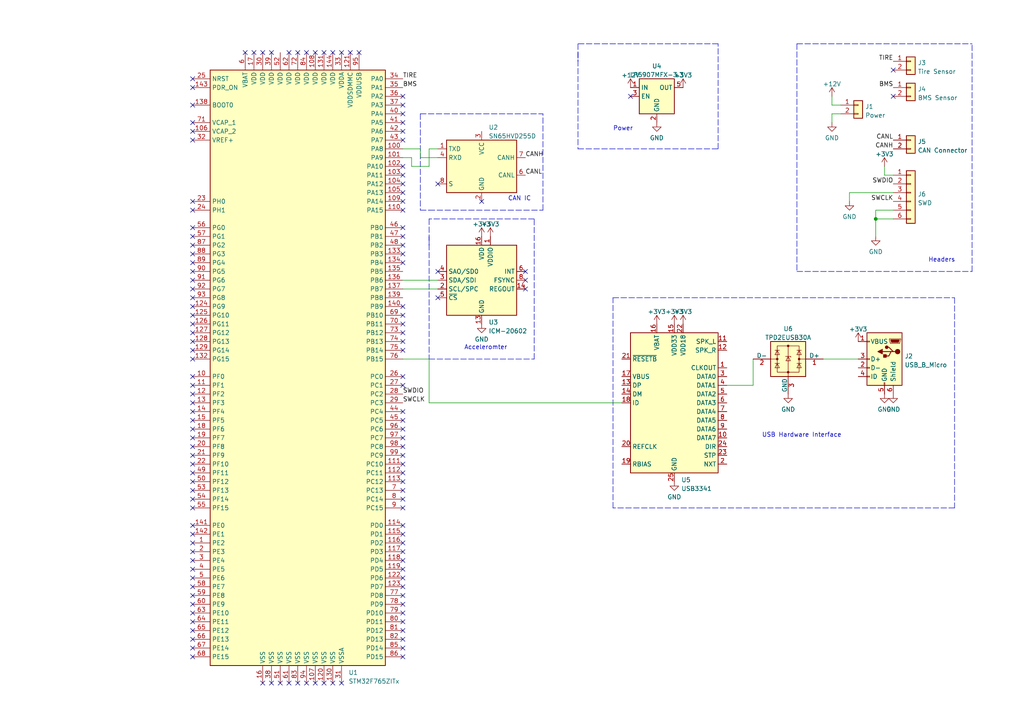
<source format=kicad_sch>
(kicad_sch (version 20211123) (generator eeschema)
  (paper "A4")
  (lib_symbols
    (symbol "Connector:USB_B_Micro" (pin_names (offset 1.016))
      (property "Reference" "J" (at -5.08 11.43 0))
      (property "Value" "USB_B_Micro" (at -5.08 8.89 0))
      (symbol "USB_B_Micro_0_1"
        (rectangle (start -5.08 -7.62) (end 5.08 7.62) (stroke (width 0.254)) (fill (type background)))
        (circle (center -3.81 2.159) (radius 0.635) (stroke (width 0.254)) (fill (type outline)))
        (circle (center -0.635 3.429) (radius 0.381) (stroke (width 0.254)) (fill (type outline)))
        (rectangle (start -0.127 -7.62) (end 0.127 -6.858))
        (polyline (pts (xy -1.905 2.159) (xy 0.635 2.159)) (stroke (width 0.254)))
        (polyline (pts (xy -3.175 2.159) (xy -2.54 2.159) (xy -1.27 3.429) (xy -0.635 3.429)) (stroke (width 0.254)))
        (polyline (pts (xy -2.54 2.159) (xy -1.905 2.159) (xy -1.27 0.889) (xy 0 0.889)) (stroke (width 0.254)))
        (polyline (pts (xy 0.635 2.794) (xy 0.635 1.524) (xy 1.905 2.159) (xy 0.635 2.794)) (stroke (width 0.254)) (fill (type outline)))
        (polyline (pts (xy -4.318 5.588) (xy -1.778 5.588) (xy -2.032 4.826) (xy -4.064 4.826) (xy -4.318 5.588)) (fill (type outline)))
        (polyline (pts (xy -4.699 5.842) (xy -4.699 5.588) (xy -4.445 4.826) (xy -4.445 4.572) (xy -1.651 4.572) (xy -1.651 4.826) (xy -1.397 5.588) (xy -1.397 5.842) (xy -4.699 5.842)))
        (rectangle (start 0.254 1.27) (end -0.508 0.508) (stroke (width 0.254)) (fill (type outline)))
        (rectangle (start 5.08 -5.207) (end 4.318 -4.953))
        (rectangle (start 5.08 -2.667) (end 4.318 -2.413))
        (rectangle (start 5.08 -0.127) (end 4.318 0.127))
        (rectangle (start 5.08 4.953) (end 4.318 5.207))
      )
      (symbol "USB_B_Micro_1_1"
        (pin power_out line (at 7.62 5.08 180) (length 2.54) (name "VBUS") (number "1"))
        (pin bidirectional line (at 7.62 -2.54 180) (length 2.54) (name "D-") (number "2"))
        (pin bidirectional line (at 7.62 0 180) (length 2.54) (name "D+") (number "3"))
        (pin passive line (at 7.62 -5.08 180) (length 2.54) (name "ID") (number "4"))
        (pin power_out line (at 0 -10.16 90) (length 2.54) (name "GND") (number "5"))
        (pin passive line (at -2.54 -10.16 90) (length 2.54) (name "Shield") (number "6"))
      )
    )
    (symbol "Connector_Generic:Conn_01x02" (pin_names (offset 1.016) hide)
      (property "Reference" "J" (at 0 2.54 0))
      (property "Value" "Conn_01x02" (at 0 -5.08 0))
      (symbol "Conn_01x02_1_1"
        (rectangle (start -1.27 -2.413) (end 0 -2.667) (stroke (width 0.1524)))
        (rectangle (start -1.27 0.127) (end 0 -0.127) (stroke (width 0.1524)))
        (rectangle (start -1.27 1.27) (end 1.27 -3.81) (stroke (width 0.254)) (fill (type background)))
        (pin passive line (at -5.08 0 0) (length 3.81) (name "Pin_1") (number "1"))
        (pin passive line (at -5.08 -2.54 0) (length 3.81) (name "Pin_2") (number "2"))
      )
    )
    (symbol "Connector_Generic:Conn_01x06" (pin_names (offset 1.016) hide)
      (property "Reference" "J" (at 0 7.62 0))
      (property "Value" "Conn_01x06" (at 0 -10.16 0))
      (symbol "Conn_01x06_1_1"
        (rectangle (start -1.27 -7.493) (end 0 -7.747) (stroke (width 0.1524)))
        (rectangle (start -1.27 -4.953) (end 0 -5.207) (stroke (width 0.1524)))
        (rectangle (start -1.27 -2.413) (end 0 -2.667) (stroke (width 0.1524)))
        (rectangle (start -1.27 0.127) (end 0 -0.127) (stroke (width 0.1524)))
        (rectangle (start -1.27 2.667) (end 0 2.413) (stroke (width 0.1524)))
        (rectangle (start -1.27 5.207) (end 0 4.953) (stroke (width 0.1524)))
        (rectangle (start -1.27 6.35) (end 1.27 -8.89) (stroke (width 0.254)) (fill (type background)))
        (pin passive line (at -5.08 5.08 0) (length 3.81) (name "Pin_1") (number "1"))
        (pin passive line (at -5.08 2.54 0) (length 3.81) (name "Pin_2") (number "2"))
        (pin passive line (at -5.08 0 0) (length 3.81) (name "Pin_3") (number "3"))
        (pin passive line (at -5.08 -2.54 0) (length 3.81) (name "Pin_4") (number "4"))
        (pin passive line (at -5.08 -5.08 0) (length 3.81) (name "Pin_5") (number "5"))
        (pin passive line (at -5.08 -7.62 0) (length 3.81) (name "Pin_6") (number "6"))
      )
    )
    (symbol "Interface_CAN_LIN:SN65HVD255D"
      (property "Reference" "U" (at -8.89 8.89 0))
      (property "Value" "SN65HVD255D" (at 1.27 8.89 0))
      (symbol "SN65HVD255D_0_1"
        (rectangle (start -10.16 7.62) (end 10.16 -7.62) (stroke (width 0.254)) (fill (type background)))
      )
      (symbol "SN65HVD255D_1_1"
        (pin input line (at -12.7 5.08 0) (length 2.54) (name "TXD") (number "1"))
        (pin power_in line (at 0 -10.16 90) (length 2.54) (name "GND") (number "2"))
        (pin power_in line (at 0 10.16 270) (length 2.54) (name "VCC") (number "3"))
        (pin output line (at -12.7 2.54 0) (length 2.54) (name "RXD") (number "4"))
        (pin no_connect line (at -10.16 -2.54 0) (length 2.54) hide (name "NC") (number "5"))
        (pin bidirectional line (at 12.7 -2.54 180) (length 2.54) (name "CANL") (number "6"))
        (pin bidirectional line (at 12.7 2.54 180) (length 2.54) (name "CANH") (number "7"))
        (pin input line (at -12.7 -5.08 0) (length 2.54) (name "S") (number "8"))
      )
    )
    (symbol "Interface_USB:USB3341"
      (property "Reference" "U" (at 0 2.54 0))
      (property "Value" "USB3341" (at 0 0 0))
      (symbol "USB3341_0_1"
        (rectangle (start -12.7 20.32) (end 12.7 -20.32) (stroke (width 0.254)) (fill (type background)))
      )
      (symbol "USB3341_1_1"
        (pin output line (at 15.24 10.16 180) (length 2.54) (name "CLKOUT") (number "1"))
        (pin bidirectional line (at 15.24 -10.16 180) (length 2.54) (name "DATA7") (number "10"))
        (pin bidirectional line (at 15.24 17.78 180) (length 2.54) (name "SPK_L") (number "11"))
        (pin bidirectional line (at 15.24 15.24 180) (length 2.54) (name "SPK_R") (number "12"))
        (pin bidirectional line (at -15.24 5.08 0) (length 2.54) (name "DP") (number "13"))
        (pin bidirectional line (at -15.24 2.54 0) (length 2.54) (name "DM") (number "14"))
        (pin power_out line (at 0 22.86 270) (length 2.54) (name "VDD33") (number "15"))
        (pin power_in line (at -5.08 22.86 270) (length 2.54) (name "VBAT") (number "16"))
        (pin input line (at -15.24 7.62 0) (length 2.54) (name "VBUS") (number "17"))
        (pin input line (at -15.24 0 0) (length 2.54) (name "ID") (number "18"))
        (pin passive line (at -15.24 -17.78 0) (length 2.54) (name "RBIAS") (number "19"))
        (pin output line (at 15.24 -17.78 180) (length 2.54) (name "NXT") (number "2"))
        (pin input line (at -15.24 -12.7 0) (length 2.54) (name "REFCLK") (number "20"))
        (pin input line (at -15.24 12.7 0) (length 2.54) (name "~{RESETB}") (number "21"))
        (pin power_out line (at 2.54 22.86 270) (length 2.54) (name "VDD18") (number "22"))
        (pin input line (at 15.24 -15.24 180) (length 2.54) (name "STP") (number "23"))
        (pin output line (at 15.24 -12.7 180) (length 2.54) (name "DIR") (number "24"))
        (pin power_in line (at 0 -22.86 90) (length 2.54) (name "GND") (number "25"))
        (pin bidirectional line (at 15.24 7.62 180) (length 2.54) (name "DATA0") (number "3"))
        (pin bidirectional line (at 15.24 5.08 180) (length 2.54) (name "DATA1") (number "4"))
        (pin bidirectional line (at 15.24 2.54 180) (length 2.54) (name "DATA2") (number "5"))
        (pin bidirectional line (at 15.24 0 180) (length 2.54) (name "DATA3") (number "6"))
        (pin bidirectional line (at 15.24 -2.54 180) (length 2.54) (name "DATA4") (number "7"))
        (pin bidirectional line (at 15.24 -5.08 180) (length 2.54) (name "DATA5") (number "8"))
        (pin bidirectional line (at 15.24 -7.62 180) (length 2.54) (name "DATA6") (number "9"))
      )
    )
    (symbol "MCU_ST_STM32F7:STM32F765ZITx"
      (property "Reference" "U" (at -25.4 87.63 0))
      (property "Value" "STM32F765ZITx" (at 20.32 87.63 0))
      (symbol "STM32F765ZITx_0_1"
        (rectangle (start -25.4 -86.36) (end 25.4 86.36) (stroke (width 0.254)) (fill (type background)))
      )
      (symbol "STM32F765ZITx_1_1"
        (pin bidirectional line (at -30.48 -50.8 0) (length 5.08) (name "PE2") (number "1"))
        (pin bidirectional line (at -30.48 -2.54 0) (length 5.08) (name "PF0") (number "10"))
        (pin bidirectional line (at 30.48 63.5 180) (length 5.08) (name "PA8") (number "100"))
        (pin bidirectional line (at 30.48 60.96 180) (length 5.08) (name "PA9") (number "101"))
        (pin bidirectional line (at 30.48 58.42 180) (length 5.08) (name "PA10") (number "102"))
        (pin bidirectional line (at 30.48 55.88 180) (length 5.08) (name "PA11") (number "103"))
        (pin bidirectional line (at 30.48 53.34 180) (length 5.08) (name "PA12") (number "104"))
        (pin bidirectional line (at 30.48 50.8 180) (length 5.08) (name "PA13") (number "105"))
        (pin power_in line (at -30.48 68.58 0) (length 5.08) (name "VCAP_2") (number "106"))
        (pin power_in line (at 5.08 -91.44 90) (length 5.08) (name "VSS") (number "107"))
        (pin power_in line (at 5.08 91.44 270) (length 5.08) (name "VDD") (number "108"))
        (pin bidirectional line (at 30.48 48.26 180) (length 5.08) (name "PA14") (number "109"))
        (pin bidirectional line (at -30.48 -5.08 0) (length 5.08) (name "PF1") (number "11"))
        (pin bidirectional line (at 30.48 45.72 180) (length 5.08) (name "PA15") (number "110"))
        (pin bidirectional line (at 30.48 -27.94 180) (length 5.08) (name "PC10") (number "111"))
        (pin bidirectional line (at 30.48 -30.48 180) (length 5.08) (name "PC11") (number "112"))
        (pin bidirectional line (at 30.48 -33.02 180) (length 5.08) (name "PC12") (number "113"))
        (pin bidirectional line (at 30.48 -45.72 180) (length 5.08) (name "PD0") (number "114"))
        (pin bidirectional line (at 30.48 -48.26 180) (length 5.08) (name "PD1") (number "115"))
        (pin bidirectional line (at 30.48 -50.8 180) (length 5.08) (name "PD2") (number "116"))
        (pin bidirectional line (at 30.48 -53.34 180) (length 5.08) (name "PD3") (number "117"))
        (pin bidirectional line (at 30.48 -55.88 180) (length 5.08) (name "PD4") (number "118"))
        (pin bidirectional line (at 30.48 -58.42 180) (length 5.08) (name "PD5") (number "119"))
        (pin bidirectional line (at -30.48 -7.62 0) (length 5.08) (name "PF2") (number "12"))
        (pin power_in line (at 7.62 -91.44 90) (length 5.08) (name "VSS") (number "120"))
        (pin power_in line (at 15.24 91.44 270) (length 5.08) (name "VDDSDMMC") (number "121"))
        (pin bidirectional line (at 30.48 -60.96 180) (length 5.08) (name "PD6") (number "122"))
        (pin bidirectional line (at 30.48 -63.5 180) (length 5.08) (name "PD7") (number "123"))
        (pin bidirectional line (at -30.48 17.78 0) (length 5.08) (name "PG9") (number "124"))
        (pin bidirectional line (at -30.48 15.24 0) (length 5.08) (name "PG10") (number "125"))
        (pin bidirectional line (at -30.48 12.7 0) (length 5.08) (name "PG11") (number "126"))
        (pin bidirectional line (at -30.48 10.16 0) (length 5.08) (name "PG12") (number "127"))
        (pin bidirectional line (at -30.48 7.62 0) (length 5.08) (name "PG13") (number "128"))
        (pin bidirectional line (at -30.48 5.08 0) (length 5.08) (name "PG14") (number "129"))
        (pin bidirectional line (at -30.48 -10.16 0) (length 5.08) (name "PF3") (number "13"))
        (pin power_in line (at 10.16 -91.44 90) (length 5.08) (name "VSS") (number "130"))
        (pin power_in line (at 7.62 91.44 270) (length 5.08) (name "VDD") (number "131"))
        (pin bidirectional line (at -30.48 2.54 0) (length 5.08) (name "PG15") (number "132"))
        (pin bidirectional line (at 30.48 33.02 180) (length 5.08) (name "PB3") (number "133"))
        (pin bidirectional line (at 30.48 30.48 180) (length 5.08) (name "PB4") (number "134"))
        (pin bidirectional line (at 30.48 27.94 180) (length 5.08) (name "PB5") (number "135"))
        (pin bidirectional line (at 30.48 25.4 180) (length 5.08) (name "PB6") (number "136"))
        (pin bidirectional line (at 30.48 22.86 180) (length 5.08) (name "PB7") (number "137"))
        (pin input line (at -30.48 76.2 0) (length 5.08) (name "BOOT0") (number "138"))
        (pin bidirectional line (at 30.48 20.32 180) (length 5.08) (name "PB8") (number "139"))
        (pin bidirectional line (at -30.48 -12.7 0) (length 5.08) (name "PF4") (number "14"))
        (pin bidirectional line (at 30.48 17.78 180) (length 5.08) (name "PB9") (number "140"))
        (pin bidirectional line (at -30.48 -45.72 0) (length 5.08) (name "PE0") (number "141"))
        (pin bidirectional line (at -30.48 -48.26 0) (length 5.08) (name "PE1") (number "142"))
        (pin input line (at -30.48 81.28 0) (length 5.08) (name "PDR_ON") (number "143"))
        (pin power_in line (at 10.16 91.44 270) (length 5.08) (name "VDD") (number "144"))
        (pin bidirectional line (at -30.48 -15.24 0) (length 5.08) (name "PF5") (number "15"))
        (pin power_in line (at -10.16 -91.44 90) (length 5.08) (name "VSS") (number "16"))
        (pin power_in line (at -12.7 91.44 270) (length 5.08) (name "VDD") (number "17"))
        (pin bidirectional line (at -30.48 -17.78 0) (length 5.08) (name "PF6") (number "18"))
        (pin bidirectional line (at -30.48 -20.32 0) (length 5.08) (name "PF7") (number "19"))
        (pin bidirectional line (at -30.48 -53.34 0) (length 5.08) (name "PE3") (number "2"))
        (pin bidirectional line (at -30.48 -22.86 0) (length 5.08) (name "PF8") (number "20"))
        (pin bidirectional line (at -30.48 -25.4 0) (length 5.08) (name "PF9") (number "21"))
        (pin bidirectional line (at -30.48 -27.94 0) (length 5.08) (name "PF10") (number "22"))
        (pin input line (at -30.48 48.26 0) (length 5.08) (name "PH0") (number "23"))
        (pin input line (at -30.48 45.72 0) (length 5.08) (name "PH1") (number "24"))
        (pin input line (at -30.48 83.82 0) (length 5.08) (name "NRST") (number "25"))
        (pin bidirectional line (at 30.48 -2.54 180) (length 5.08) (name "PC0") (number "26"))
        (pin bidirectional line (at 30.48 -5.08 180) (length 5.08) (name "PC1") (number "27"))
        (pin bidirectional line (at 30.48 -7.62 180) (length 5.08) (name "PC2") (number "28"))
        (pin bidirectional line (at 30.48 -10.16 180) (length 5.08) (name "PC3") (number "29"))
        (pin bidirectional line (at -30.48 -55.88 0) (length 5.08) (name "PE4") (number "3"))
        (pin power_in line (at -10.16 91.44 270) (length 5.08) (name "VDD") (number "30"))
        (pin power_in line (at 12.7 -91.44 90) (length 5.08) (name "VSSA") (number "31"))
        (pin power_in line (at -30.48 66.04 0) (length 5.08) (name "VREF+") (number "32"))
        (pin power_in line (at 12.7 91.44 270) (length 5.08) (name "VDDA") (number "33"))
        (pin bidirectional line (at 30.48 83.82 180) (length 5.08) (name "PA0") (number "34"))
        (pin bidirectional line (at 30.48 81.28 180) (length 5.08) (name "PA1") (number "35"))
        (pin bidirectional line (at 30.48 78.74 180) (length 5.08) (name "PA2") (number "36"))
        (pin bidirectional line (at 30.48 76.2 180) (length 5.08) (name "PA3") (number "37"))
        (pin power_in line (at -7.62 -91.44 90) (length 5.08) (name "VSS") (number "38"))
        (pin power_in line (at -7.62 91.44 270) (length 5.08) (name "VDD") (number "39"))
        (pin bidirectional line (at -30.48 -58.42 0) (length 5.08) (name "PE5") (number "4"))
        (pin bidirectional line (at 30.48 73.66 180) (length 5.08) (name "PA4") (number "40"))
        (pin bidirectional line (at 30.48 71.12 180) (length 5.08) (name "PA5") (number "41"))
        (pin bidirectional line (at 30.48 68.58 180) (length 5.08) (name "PA6") (number "42"))
        (pin bidirectional line (at 30.48 66.04 180) (length 5.08) (name "PA7") (number "43"))
        (pin bidirectional line (at 30.48 -12.7 180) (length 5.08) (name "PC4") (number "44"))
        (pin bidirectional line (at 30.48 -15.24 180) (length 5.08) (name "PC5") (number "45"))
        (pin bidirectional line (at 30.48 40.64 180) (length 5.08) (name "PB0") (number "46"))
        (pin bidirectional line (at 30.48 38.1 180) (length 5.08) (name "PB1") (number "47"))
        (pin bidirectional line (at 30.48 35.56 180) (length 5.08) (name "PB2") (number "48"))
        (pin bidirectional line (at -30.48 -30.48 0) (length 5.08) (name "PF11") (number "49"))
        (pin bidirectional line (at -30.48 -60.96 0) (length 5.08) (name "PE6") (number "5"))
        (pin bidirectional line (at -30.48 -33.02 0) (length 5.08) (name "PF12") (number "50"))
        (pin power_in line (at -5.08 -91.44 90) (length 5.08) (name "VSS") (number "51"))
        (pin power_in line (at -5.08 91.44 270) (length 5.08) (name "VDD") (number "52"))
        (pin bidirectional line (at -30.48 -35.56 0) (length 5.08) (name "PF13") (number "53"))
        (pin bidirectional line (at -30.48 -38.1 0) (length 5.08) (name "PF14") (number "54"))
        (pin bidirectional line (at -30.48 -40.64 0) (length 5.08) (name "PF15") (number "55"))
        (pin bidirectional line (at -30.48 40.64 0) (length 5.08) (name "PG0") (number "56"))
        (pin bidirectional line (at -30.48 38.1 0) (length 5.08) (name "PG1") (number "57"))
        (pin bidirectional line (at -30.48 -63.5 0) (length 5.08) (name "PE7") (number "58"))
        (pin bidirectional line (at -30.48 -66.04 0) (length 5.08) (name "PE8") (number "59"))
        (pin power_in line (at -15.24 91.44 270) (length 5.08) (name "VBAT") (number "6"))
        (pin bidirectional line (at -30.48 -68.58 0) (length 5.08) (name "PE9") (number "60"))
        (pin power_in line (at -2.54 -91.44 90) (length 5.08) (name "VSS") (number "61"))
        (pin power_in line (at -2.54 91.44 270) (length 5.08) (name "VDD") (number "62"))
        (pin bidirectional line (at -30.48 -71.12 0) (length 5.08) (name "PE10") (number "63"))
        (pin bidirectional line (at -30.48 -73.66 0) (length 5.08) (name "PE11") (number "64"))
        (pin bidirectional line (at -30.48 -76.2 0) (length 5.08) (name "PE12") (number "65"))
        (pin bidirectional line (at -30.48 -78.74 0) (length 5.08) (name "PE13") (number "66"))
        (pin bidirectional line (at -30.48 -81.28 0) (length 5.08) (name "PE14") (number "67"))
        (pin bidirectional line (at -30.48 -83.82 0) (length 5.08) (name "PE15") (number "68"))
        (pin bidirectional line (at 30.48 15.24 180) (length 5.08) (name "PB10") (number "69"))
        (pin bidirectional line (at 30.48 -35.56 180) (length 5.08) (name "PC13") (number "7"))
        (pin bidirectional line (at 30.48 12.7 180) (length 5.08) (name "PB11") (number "70"))
        (pin power_in line (at -30.48 71.12 0) (length 5.08) (name "VCAP_1") (number "71"))
        (pin power_in line (at 0 91.44 270) (length 5.08) (name "VDD") (number "72"))
        (pin bidirectional line (at 30.48 10.16 180) (length 5.08) (name "PB12") (number "73"))
        (pin bidirectional line (at 30.48 7.62 180) (length 5.08) (name "PB13") (number "74"))
        (pin bidirectional line (at 30.48 5.08 180) (length 5.08) (name "PB14") (number "75"))
        (pin bidirectional line (at 30.48 2.54 180) (length 5.08) (name "PB15") (number "76"))
        (pin bidirectional line (at 30.48 -66.04 180) (length 5.08) (name "PD8") (number "77"))
        (pin bidirectional line (at 30.48 -68.58 180) (length 5.08) (name "PD9") (number "78"))
        (pin bidirectional line (at 30.48 -71.12 180) (length 5.08) (name "PD10") (number "79"))
        (pin bidirectional line (at 30.48 -38.1 180) (length 5.08) (name "PC14") (number "8"))
        (pin bidirectional line (at 30.48 -73.66 180) (length 5.08) (name "PD11") (number "80"))
        (pin bidirectional line (at 30.48 -76.2 180) (length 5.08) (name "PD12") (number "81"))
        (pin bidirectional line (at 30.48 -78.74 180) (length 5.08) (name "PD13") (number "82"))
        (pin power_in line (at 0 -91.44 90) (length 5.08) (name "VSS") (number "83"))
        (pin power_in line (at 2.54 91.44 270) (length 5.08) (name "VDD") (number "84"))
        (pin bidirectional line (at 30.48 -81.28 180) (length 5.08) (name "PD14") (number "85"))
        (pin bidirectional line (at 30.48 -83.82 180) (length 5.08) (name "PD15") (number "86"))
        (pin bidirectional line (at -30.48 35.56 0) (length 5.08) (name "PG2") (number "87"))
        (pin bidirectional line (at -30.48 33.02 0) (length 5.08) (name "PG3") (number "88"))
        (pin bidirectional line (at -30.48 30.48 0) (length 5.08) (name "PG4") (number "89"))
        (pin bidirectional line (at 30.48 -40.64 180) (length 5.08) (name "PC15") (number "9"))
        (pin bidirectional line (at -30.48 27.94 0) (length 5.08) (name "PG5") (number "90"))
        (pin bidirectional line (at -30.48 25.4 0) (length 5.08) (name "PG6") (number "91"))
        (pin bidirectional line (at -30.48 22.86 0) (length 5.08) (name "PG7") (number "92"))
        (pin bidirectional line (at -30.48 20.32 0) (length 5.08) (name "PG8") (number "93"))
        (pin power_in line (at 2.54 -91.44 90) (length 5.08) (name "VSS") (number "94"))
        (pin power_in line (at 17.78 91.44 270) (length 5.08) (name "VDDUSB") (number "95"))
        (pin bidirectional line (at 30.48 -17.78 180) (length 5.08) (name "PC6") (number "96"))
        (pin bidirectional line (at 30.48 -20.32 180) (length 5.08) (name "PC7") (number "97"))
        (pin bidirectional line (at 30.48 -22.86 180) (length 5.08) (name "PC8") (number "98"))
        (pin bidirectional line (at 30.48 -25.4 180) (length 5.08) (name "PC9") (number "99"))
      )
    )
    (symbol "Power_Protection:TPD2EUSB30A" (pin_names (offset 0))
      (property "Reference" "U" (at 0 6.35 0))
      (property "Value" "TPD2EUSB30A" (at 7.62 -7.62 0))
      (symbol "TPD2EUSB30A_0_1"
        (rectangle (start -5.08 5.08) (end 5.08 -5.08) (stroke (width 0.254)) (fill (type background)))
        (circle (center -3.175 0) (radius 0.2794) (fill (type outline)))
        (rectangle (start -3.175 3.81) (end 3.175 -3.81))
        (circle (center 0 -3.81) (radius 0.2794) (fill (type outline)))
        (polyline (pts (xy -5.08 0) (xy -3.175 0)))
        (polyline (pts (xy -3.81 -1.27) (xy -2.54 -1.27)))
        (polyline (pts (xy -3.81 2.54) (xy -2.54 2.54)))
        (polyline (pts (xy 0 3.81) (xy 0 -5.08)))
        (polyline (pts (xy 2.54 -1.27) (xy 3.81 -1.27)))
        (polyline (pts (xy 2.54 2.54) (xy 3.81 2.54)))
        (polyline (pts (xy 5.08 0) (xy 3.175 0)))
        (polyline (pts (xy 0.762 0.762) (xy -0.762 0.762) (xy -0.762 0.508)))
        (polyline (pts (xy -2.54 -2.54) (xy -3.81 -2.54) (xy -3.175 -1.27) (xy -2.54 -2.54)))
        (polyline (pts (xy -2.54 1.27) (xy -3.81 1.27) (xy -3.175 2.54) (xy -2.54 1.27)))
        (polyline (pts (xy 0.635 -0.508) (xy -0.635 -0.508) (xy 0 0.762) (xy 0.635 -0.508)))
        (polyline (pts (xy 3.81 -2.54) (xy 2.54 -2.54) (xy 3.175 -1.27) (xy 3.81 -2.54)))
        (polyline (pts (xy 3.81 1.27) (xy 2.54 1.27) (xy 3.175 2.54) (xy 3.81 1.27)))
        (circle (center 0 3.81) (radius 0.2794) (fill (type outline)))
        (circle (center 3.175 0) (radius 0.2794) (fill (type outline)))
      )
      (symbol "TPD2EUSB30A_1_1"
        (pin passive line (at -10.16 0 0) (length 5.08) (name "D+") (number "1"))
        (pin passive line (at 10.16 0 180) (length 5.08) (name "D-") (number "2"))
        (pin passive line (at 0 -10.16 90) (length 5.08) (name "GND") (number "3"))
      )
    )
    (symbol "Regulator_Linear:LP5907MFX-3.3"
      (property "Reference" "U" (at -3.81 6.35 0))
      (property "Value" "LP5907MFX-3.3" (at 6.35 6.35 0))
      (symbol "LP5907MFX-3.3_0_1"
        (rectangle (start -5.08 -5.08) (end 5.08 5.08) (stroke (width 0.254)) (fill (type background)))
        (pin power_in line (at -7.62 2.54 0) (length 2.54) (name "IN") (number "1"))
        (pin power_in line (at 0 -7.62 90) (length 2.54) (name "GND") (number "2"))
        (pin input line (at -7.62 0 0) (length 2.54) (name "EN") (number "3"))
        (pin no_connect line (at 5.08 0 180) (length 2.54) hide (name "NC") (number "4"))
        (pin power_out line (at 7.62 2.54 180) (length 2.54) (name "OUT") (number "5"))
      )
    )
    (symbol "Sensor_Motion:ICM-20602"
      (property "Reference" "U" (at -10.16 11.43 0))
      (property "Value" "ICM-20602" (at 10.16 11.43 0))
      (symbol "ICM-20602_0_1"
        (rectangle (start -10.16 10.16) (end 10.16 -10.16) (stroke (width 0.254)) (fill (type background)))
      )
      (symbol "ICM-20602_1_1"
        (pin power_in line (at 2.54 12.7 270) (length 2.54) (name "VDDIO") (number "1"))
        (pin passive line (at 0 -12.7 90) (length 2.54) hide (name "GND") (number "10"))
        (pin passive line (at 0 -12.7 90) (length 2.54) hide (name "GND") (number "11"))
        (pin passive line (at 0 -12.7 90) (length 2.54) hide (name "GND") (number "12"))
        (pin power_in line (at 0 -12.7 90) (length 2.54) (name "GND") (number "13"))
        (pin passive line (at 12.7 -2.54 180) (length 2.54) (name "REGOUT") (number "14"))
        (pin passive line (at 0 -12.7 90) (length 2.54) hide (name "GND") (number "15"))
        (pin power_in line (at 0 12.7 270) (length 2.54) (name "VDD") (number "16"))
        (pin input line (at -12.7 -2.54 0) (length 2.54) (name "SCL/SPC") (number "2"))
        (pin bidirectional line (at -12.7 0 0) (length 2.54) (name "SDA/SDI") (number "3"))
        (pin bidirectional line (at -12.7 2.54 0) (length 2.54) (name "SAO/SD0") (number "4"))
        (pin input line (at -12.7 -5.08 0) (length 2.54) (name "~{CS}") (number "5"))
        (pin output line (at 12.7 2.54 180) (length 2.54) (name "INT") (number "6"))
        (pin no_connect line (at -10.16 5.08 0) (length 2.54) hide (name "RESV") (number "7"))
        (pin input line (at 12.7 0 180) (length 2.54) (name "FSYNC") (number "8"))
        (pin passive line (at 0 -12.7 90) (length 2.54) hide (name "GND") (number "9"))
      )
    )
    (symbol "power:+12V" (power) (pin_names (offset 0))
      (property "Value" "+12V" (at 0 3.556 0))
      (symbol "+12V_0_1"
        (polyline (pts (xy -0.762 1.27) (xy 0 2.54)))
        (polyline (pts (xy 0 0) (xy 0 2.54)))
        (polyline (pts (xy 0 2.54) (xy 0.762 1.27)))
      )
      (symbol "+12V_1_1"
        (pin power_in line (at 0 0 90) (length 0) hide (name "+12V") (number "1"))
      )
    )
    (symbol "power:+3V3" (power) (pin_names (offset 0))
      (property "Value" "+3V3" (at 0 3.556 0))
      (symbol "+3V3_0_1"
        (polyline (pts (xy -0.762 1.27) (xy 0 2.54)))
        (polyline (pts (xy 0 0) (xy 0 2.54)))
        (polyline (pts (xy 0 2.54) (xy 0.762 1.27)))
      )
      (symbol "+3V3_1_1"
        (pin power_in line (at 0 0 90) (length 0) hide (name "+3V3") (number "1"))
      )
    )
    (symbol "power:GND" (power) (pin_names (offset 0))
      (property "Value" "GND" (at 0 -3.81 0))
      (symbol "GND_0_1"
        (polyline (pts (xy 0 0) (xy 0 -1.27) (xy 1.27 -1.27) (xy 0 -2.54) (xy -1.27 -1.27) (xy 0 -1.27)))
      )
      (symbol "GND_1_1"
        (pin power_in line (at 0 0 270) (length 0) hide (name "GND") (number "1"))
      )
    )
  )
  (junction (at 254 63.5))
  (no_connect (at 139.7 58.42))
  (no_connect (at 55.88 40.64))
  (no_connect (at 55.88 58.42))
  (no_connect (at 55.88 60.96))
  (no_connect (at 116.84 30.48))
  (no_connect (at 116.84 27.94))
  (no_connect (at 55.88 66.04))
  (no_connect (at 55.88 68.58))
  (no_connect (at 55.88 71.12))
  (no_connect (at 55.88 73.66))
  (no_connect (at 55.88 76.2))
  (no_connect (at 55.88 78.74))
  (no_connect (at 55.88 81.28))
  (no_connect (at 55.88 83.82))
  (no_connect (at 55.88 86.36))
  (no_connect (at 55.88 88.9))
  (no_connect (at 55.88 91.44))
  (no_connect (at 55.88 93.98))
  (no_connect (at 55.88 96.52))
  (no_connect (at 55.88 99.06))
  (no_connect (at 55.88 101.6))
  (no_connect (at 55.88 104.14))
  (no_connect (at 55.88 109.22))
  (no_connect (at 55.88 111.76))
  (no_connect (at 55.88 114.3))
  (no_connect (at 55.88 116.84))
  (no_connect (at 55.88 119.38))
  (no_connect (at 55.88 121.92))
  (no_connect (at 55.88 124.46))
  (no_connect (at 55.88 127))
  (no_connect (at 55.88 129.54))
  (no_connect (at 55.88 132.08))
  (no_connect (at 55.88 134.62))
  (no_connect (at 55.88 137.16))
  (no_connect (at 55.88 139.7))
  (no_connect (at 55.88 142.24))
  (no_connect (at 55.88 144.78))
  (no_connect (at 55.88 147.32))
  (no_connect (at 55.88 152.4))
  (no_connect (at 55.88 154.94))
  (no_connect (at 55.88 157.48))
  (no_connect (at 55.88 160.02))
  (no_connect (at 55.88 162.56))
  (no_connect (at 55.88 165.1))
  (no_connect (at 55.88 167.64))
  (no_connect (at 55.88 170.18))
  (no_connect (at 55.88 172.72))
  (no_connect (at 55.88 175.26))
  (no_connect (at 55.88 177.8))
  (no_connect (at 55.88 180.34))
  (no_connect (at 55.88 182.88))
  (no_connect (at 55.88 185.42))
  (no_connect (at 55.88 187.96))
  (no_connect (at 55.88 190.5))
  (no_connect (at 76.2 198.12))
  (no_connect (at 78.74 198.12))
  (no_connect (at 81.28 198.12))
  (no_connect (at 83.82 198.12))
  (no_connect (at 86.36 198.12))
  (no_connect (at 88.9 198.12))
  (no_connect (at 91.44 198.12))
  (no_connect (at 93.98 198.12))
  (no_connect (at 96.52 198.12))
  (no_connect (at 99.06 198.12))
  (no_connect (at 116.84 190.5))
  (no_connect (at 116.84 187.96))
  (no_connect (at 116.84 185.42))
  (no_connect (at 116.84 182.88))
  (no_connect (at 116.84 180.34))
  (no_connect (at 116.84 177.8))
  (no_connect (at 116.84 175.26))
  (no_connect (at 116.84 172.72))
  (no_connect (at 116.84 170.18))
  (no_connect (at 116.84 167.64))
  (no_connect (at 116.84 165.1))
  (no_connect (at 116.84 162.56))
  (no_connect (at 116.84 160.02))
  (no_connect (at 116.84 157.48))
  (no_connect (at 116.84 154.94))
  (no_connect (at 116.84 152.4))
  (no_connect (at 116.84 147.32))
  (no_connect (at 116.84 144.78))
  (no_connect (at 116.84 142.24))
  (no_connect (at 116.84 139.7))
  (no_connect (at 116.84 137.16))
  (no_connect (at 116.84 134.62))
  (no_connect (at 116.84 132.08))
  (no_connect (at 116.84 129.54))
  (no_connect (at 116.84 127))
  (no_connect (at 116.84 124.46))
  (no_connect (at 116.84 121.92))
  (no_connect (at 116.84 119.38))
  (no_connect (at 116.84 111.76))
  (no_connect (at 116.84 109.22))
  (no_connect (at 116.84 101.6))
  (no_connect (at 116.84 99.06))
  (no_connect (at 116.84 96.52))
  (no_connect (at 116.84 93.98))
  (no_connect (at 116.84 91.44))
  (no_connect (at 116.84 88.9))
  (no_connect (at 116.84 76.2))
  (no_connect (at 116.84 73.66))
  (no_connect (at 116.84 71.12))
  (no_connect (at 55.88 38.1))
  (no_connect (at 55.88 35.56))
  (no_connect (at 55.88 30.48))
  (no_connect (at 55.88 25.4))
  (no_connect (at 55.88 22.86))
  (no_connect (at 71.12 15.24))
  (no_connect (at 73.66 15.24))
  (no_connect (at 76.2 15.24))
  (no_connect (at 78.74 15.24))
  (no_connect (at 88.9 15.24))
  (no_connect (at 83.82 15.24))
  (no_connect (at 86.36 15.24))
  (no_connect (at 91.44 15.24))
  (no_connect (at 93.98 15.24))
  (no_connect (at 96.52 15.24))
  (no_connect (at 99.06 15.24))
  (no_connect (at 101.6 15.24))
  (no_connect (at 104.14 15.24))
  (no_connect (at 259.08 27.94))
  (no_connect (at 259.08 20.32))
  (no_connect (at 116.84 48.26))
  (no_connect (at 116.84 60.96))
  (no_connect (at 116.84 58.42))
  (no_connect (at 116.84 55.88))
  (no_connect (at 116.84 50.8))
  (no_connect (at 116.84 40.64))
  (no_connect (at 116.84 38.1))
  (no_connect (at 116.84 35.56))
  (no_connect (at 116.84 33.02))
  (no_connect (at 152.4 83.82))
  (no_connect (at 116.84 68.58))
  (no_connect (at 116.84 66.04))
  (no_connect (at 152.4 81.28))
  (no_connect (at 152.4 78.74))
  (no_connect (at 127 78.74))
  (no_connect (at 127 86.36))
  (no_connect (at 182.88 27.94))
  (no_connect (at 116.84 53.34))
  (no_connect (at 127 53.34))
  (wire (pts (xy 124.46 104.14) (xy 116.84 104.14)))
  (wire (pts (xy 246.38 55.88) (xy 246.38 58.42)))
  (wire (pts (xy 243.84 30.48) (xy 241.3 30.48)))
  (polyline (pts (xy 167.64 15.24) (xy 167.64 43.18)))
  (polyline (pts (xy 177.8 86.36) (xy 180.34 86.36)))
  (wire (pts (xy 238.76 104.14) (xy 248.92 104.14)))
  (wire (pts (xy 127 83.82) (xy 116.84 83.82)))
  (wire (pts (xy 254 60.96) (xy 254 63.5)))
  (wire (pts (xy 180.34 116.84) (xy 124.46 116.84)))
  (wire (pts (xy 124.46 116.84) (xy 124.46 104.14)))
  (wire (pts (xy 116.84 43.18) (xy 121.92 43.18)))
  (wire (pts (xy 124.46 43.18) (xy 127 43.18)))
  (wire (pts (xy 127 81.28) (xy 116.84 81.28)))
  (polyline (pts (xy 281.94 78.74) (xy 281.94 12.7)))
  (polyline (pts (xy 121.92 33.02) (xy 157.48 33.02)))
  (wire (pts (xy 259.08 55.88) (xy 246.38 55.88)))
  (polyline (pts (xy 124.46 68.58) (xy 124.46 104.14)))
  (polyline (pts (xy 208.28 12.7) (xy 167.64 12.7)))
  (polyline (pts (xy 177.8 147.32) (xy 177.8 86.36)))
  (wire (pts (xy 241.3 33.02) (xy 241.3 35.56)))
  (wire (pts (xy 218.44 111.76) (xy 210.82 111.76)))
  (wire (pts (xy 124.46 48.26) (xy 124.46 43.18)))
  (polyline (pts (xy 154.94 63.5) (xy 124.46 63.5)))
  (wire (pts (xy 259.08 50.8) (xy 256.54 50.8)))
  (wire (pts (xy 119.38 45.72) (xy 119.38 48.26)))
  (polyline (pts (xy 276.86 86.36) (xy 276.86 147.32)))
  (wire (pts (xy 243.84 33.02) (xy 241.3 33.02)))
  (polyline (pts (xy 177.8 86.36) (xy 276.86 86.36)))
  (wire (pts (xy 121.92 43.18) (xy 121.92 45.72)))
  (polyline (pts (xy 124.46 60.96) (xy 157.48 60.96)))
  (polyline (pts (xy 167.64 12.7) (xy 167.64 17.78)))
  (wire (pts (xy 254 63.5) (xy 259.08 63.5)))
  (polyline (pts (xy 121.92 60.96) (xy 124.46 60.96)))
  (wire (pts (xy 241.3 27.94) (xy 241.3 30.48)))
  (wire (pts (xy 254 63.5) (xy 254 68.58)))
  (polyline (pts (xy 231.14 12.7) (xy 281.94 12.7)))
  (polyline (pts (xy 231.14 12.7) (xy 231.14 78.74)))
  (polyline (pts (xy 154.94 104.14) (xy 154.94 63.5)))
  (polyline (pts (xy 124.46 104.14) (xy 154.94 104.14)))
  (wire (pts (xy 256.54 48.26) (xy 256.54 50.8)))
  (polyline (pts (xy 276.86 147.32) (xy 177.8 147.32)))
  (polyline (pts (xy 167.64 43.18) (xy 208.28 43.18)))
  (polyline (pts (xy 208.28 43.18) (xy 208.28 12.7)))
  (wire (pts (xy 121.92 45.72) (xy 127 45.72)))
  (wire (pts (xy 259.08 60.96) (xy 254 60.96)))
  (polyline (pts (xy 231.14 78.74) (xy 281.94 78.74)))
  (wire (pts (xy 119.38 48.26) (xy 124.46 48.26)))
  (wire (pts (xy 116.84 45.72) (xy 119.38 45.72)))
  (polyline (pts (xy 121.92 33.02) (xy 121.92 60.96)))
  (polyline (pts (xy 124.46 63.5) (xy 124.46 71.12)))
  (wire (pts (xy 218.44 104.14) (xy 218.44 111.76)))
  (polyline (pts (xy 157.48 60.96) (xy 157.48 33.02)))
  (text "CAN IC\n" (at 147.32 58.42 0) (effects (font (size 1.27 1.27)) (justify left bottom)))
  (text "USB Hardware Interface\n" (at 220.98 127 0) (effects (font (size 1.27 1.27)) (justify left bottom)))
  (text "Headers\n" (at 269.24 76.2 0) (effects (font (size 1.27 1.27)) (justify left bottom)))
  (text "Acceleromter" (at 134.62 101.6 0) (effects (font (size 1.27 1.27)) (justify left bottom)))
  (text "Power\n" (at 177.8 38.1 0) (effects (font (size 1.27 1.27)) (justify left bottom)))
  (label "CANL" (at 152.4 50.8 0))
  (label "BMS" (at 116.84 25.4 0))
  (label "SWDIO" (at 259.08 53.34 180))
  (label "TIRE" (at 259.08 17.78 180))
  (label "SWCLK" (at 116.84 116.84 0))
  (label "CANH" (at 152.4 45.72 0))
  (label "CANL" (at 259.08 40.64 180))
  (label "CANH" (at 259.08 43.18 180))
  (label "SWCLK" (at 259.08 58.42 180))
  (label "TIRE" (at 116.84 22.86 0))
  (label "BMS" (at 259.08 25.4 180))
  (label "SWDIO" (at 116.84 114.3 0))
  (symbol (lib_id "power:+3V3") (at 256.54 48.26 0) (unit 1)
    (property "Reference" "#PWR016" (effects hide))
    (property "Value" "+3V3" (at 256.54 44.6842 0))
  )
  (symbol (lib_id "power:GND") (at 139.7 93.98 0) (unit 1)
    (property "Reference" "#PWR0101" (effects hide))
    (property "Value" "GND" (at 139.7 98.4234 0))
  )
  (symbol (lib_id "power:+3V3") (at 198.12 93.98 0) (unit 1)
    (property "Reference" "#PWR08" (effects hide))
    (property "Value" "+3V3" (at 198.12 90.4042 0))
  )
  (symbol (lib_id "power:+3V3") (at 195.58 93.98 0) (unit 1)
    (property "Reference" "#PWR06" (effects hide))
    (property "Value" "+3V3" (at 195.58 90.4042 0))
  )
  (symbol (lib_id "power:+3V3") (at 142.24 68.58 0) (unit 1)
    (property "Reference" "#PWR02" (effects hide))
    (property "Value" "+3V3" (at 142.24 65.0042 0))
  )
  (symbol (lib_id "power:+3V3") (at 248.92 99.06 0) (unit 1)
    (property "Reference" "#PWR014" (effects hide))
    (property "Value" "+3V3" (at 248.92 95.4842 0))
  )
  (symbol (lib_id "Connector_Generic:Conn_01x02") (at 248.92 30.48 0) (unit 1)
    (property "Reference" "J1" (at 250.952 30.9153 0) (effects (justify left)))
    (property "Value" "Power" (at 250.952 33.4522 0) (effects (justify left)))
    (property "Footprint" "Connector_Phoenix_MC:PhoenixContact_MC_1,5_2-G-3.5_1x02_P3.50mm_Horizontal" (effects hide))
  )
  (symbol (lib_id "power:GND") (at 246.38 58.42 0) (unit 1)
    (property "Reference" "#PWR013" (effects hide))
    (property "Value" "GND" (at 246.38 62.8634 0))
  )
  (symbol (lib_id "power:GND") (at 241.3 35.56 0) (unit 1)
    (property "Reference" "#PWR012" (effects hide))
    (property "Value" "GND" (at 241.3 40.0034 0))
  )
  (symbol (lib_id "power:GND") (at 254 68.58 0) (unit 1)
    (property "Reference" "#PWR015" (effects hide))
    (property "Value" "GND" (at 254 73.0234 0))
  )
  (symbol (lib_id "Connector_Generic:Conn_01x06") (at 264.16 55.88 0) (unit 1)
    (property "Reference" "J6" (at 266.192 56.3153 0) (effects (justify left)))
    (property "Value" "SWD " (at 266.192 58.8522 0) (effects (justify left)))
    (property "Footprint" "Connector_PinHeader_2.54mm:PinHeader_1x06_P2.54mm_Vertical" (effects hide))
  )
  (symbol (lib_id "power:GND") (at 190.5 35.56 0) (unit 1)
    (property "Reference" "#PWR04" (effects hide))
    (property "Value" "GND" (at 190.5 40.0034 0))
  )
  (symbol (lib_id "Interface_CAN_LIN:SN65HVD255D") (at 139.7 48.26 0) (unit 1)
    (property "Reference" "U2" (at 141.7194 36.9402 0) (effects (justify left)))
    (property "Value" "SN65HVD255D" (at 141.7194 39.4771 0) (effects (justify left)))
    (property "Footprint" "Package_SO:SOIC-8_3.9x4.9mm_P1.27mm" (effects hide))
    (property "Datasheet" "https://www.ti.com/lit/ds/symlink/sn65hvd257.pdf" (effects hide))
  )
  (symbol (lib_id "Power_Protection:TPD2EUSB30A") (at 228.6 104.14 0) (mirror y) (unit 1)
    (property "Reference" "U6" (at 228.6 95.3602 0))
    (property "Value" "TPD2EUSB30A" (at 228.6 97.8971 0))
    (property "Footprint" "Package_TO_SOT_SMD:Texas_DRT-3" (effects hide))
    (property "Datasheet" "http://www.ti.com/lit/ds/symlink/tpd2eusb30a.pdf" (effects hide))
  )
  (symbol (lib_id "power:+3V3") (at 139.7 68.58 0) (unit 1)
    (property "Reference" "#PWR01" (effects hide))
    (property "Value" "+3V3" (at 139.7 65.0042 0))
  )
  (symbol (lib_id "power:+3V3") (at 198.12 25.4 0) (unit 1)
    (property "Reference" "#PWR09" (effects hide))
    (property "Value" "+3V3" (at 198.12 21.8242 0))
  )
  (symbol (lib_id "power:+12V") (at 241.3 27.94 0) (unit 1)
    (property "Reference" "#PWR011" (effects hide))
    (property "Value" "+12V" (at 241.3 24.3642 0))
  )
  (symbol (lib_id "power:+12V") (at 182.88 25.4 0) (unit 1)
    (property "Reference" "#PWR03" (effects hide))
    (property "Value" "+12V" (at 182.88 21.8242 0))
  )
  (symbol (lib_id "Connector_Generic:Conn_01x02") (at 264.16 25.4 0) (unit 1)
    (property "Reference" "J4" (at 266.192 25.8353 0) (effects (justify left)))
    (property "Value" "BMS Sensor" (at 266.192 28.3722 0) (effects (justify left)))
    (property "Footprint" "Connector_Phoenix_MC:PhoenixContact_MC_1,5_2-G-3.5_1x02_P3.50mm_Horizontal" (effects hide))
  )
  (symbol (lib_id "Interface_USB:USB3341") (at 195.58 116.84 0) (unit 1)
    (property "Reference" "U5" (at 197.5994 139.1904 0) (effects (justify left)))
    (property "Value" "USB3341" (at 197.5994 141.7273 0) (effects (justify left)))
    (property "Footprint" "Package_DFN_QFN:QFN-24-1EP_4x4mm_P0.5mm_EP2.6x2.6mm" (effects hide))
    (property "Datasheet" "http://ww1.microchip.com/downloads/en/DeviceDoc/334x.pdf" (effects hide))
  )
  (symbol (lib_id "Connector:USB_B_Micro") (at 256.54 104.14 0) (mirror y) (unit 1)
    (property "Reference" "J2" (at 262.382 103.3053 0) (effects (justify right)))
    (property "Value" "USB_B_Micro" (at 262.382 105.8422 0) (effects (justify right)))
    (property "Footprint" "Connector_USB:USB_Micro-B_Molex-105017-0001" (effects hide))
  )
  (symbol (lib_id "Connector_Generic:Conn_01x02") (at 264.16 17.78 0) (unit 1)
    (property "Reference" "J3" (at 266.192 18.2153 0) (effects (justify left)))
    (property "Value" "Tire Sensor" (at 266.192 20.7522 0) (effects (justify left)))
    (property "Footprint" "Connector_Phoenix_MC:PhoenixContact_MC_1,5_2-G-3.5_1x02_P3.50mm_Horizontal" (effects hide))
  )
  (symbol (lib_id "power:GND") (at 228.6 114.3 0) (unit 1)
    (property "Reference" "#PWR010" (effects hide))
    (property "Value" "GND" (at 228.6 118.7434 0))
  )
  (symbol (lib_id "MCU_ST_STM32F7:STM32F765ZITx") (at 86.36 106.68 0) (unit 1)
    (property "Reference" "U1" (at 101.0794 195.0704 0) (effects (justify left)))
    (property "Value" "STM32F765ZITx" (at 101.0794 197.6073 0) (effects (justify left)))
    (property "Footprint" "Package_QFP:LQFP-144_20x20mm_P0.5mm" (effects hide))
    (property "Datasheet" "http://www.st.com/st-web-ui/static/active/en/resource/technical/document/datasheet/DM00273119.pdf" (effects hide))
  )
  (symbol (lib_id "Regulator_Linear:LP5907MFX-3.3") (at 190.5 27.94 0) (unit 1)
    (property "Reference" "U4" (at 190.5 19.1602 0))
    (property "Value" "LP5907MFX-3.3" (at 190.5 21.6971 0))
    (property "Footprint" "Package_TO_SOT_SMD:SOT-23-5" (effects hide))
    (property "Datasheet" "http://www.ti.com/lit/ds/symlink/lp5907.pdf" (effects hide))
  )
  (symbol (lib_id "power:GND") (at 195.58 139.7 0) (unit 1)
    (property "Reference" "#PWR07" (effects hide))
    (property "Value" "GND" (at 195.58 144.1434 0))
  )
  (symbol (lib_id "power:GND") (at 259.08 114.3 0) (unit 1)
    (property "Reference" "#PWR018" (effects hide))
    (property "Value" "GND" (at 259.08 118.7434 0))
  )
  (symbol (lib_id "Connector_Generic:Conn_01x02") (at 264.16 40.64 0) (unit 1)
    (property "Reference" "J5" (at 266.192 41.0753 0) (effects (justify left)))
    (property "Value" "CAN Connector" (at 266.192 43.6122 0) (effects (justify left)))
    (property "Footprint" "Connector_Phoenix_MC:PhoenixContact_MC_1,5_2-G-3.5_1x02_P3.50mm_Horizontal" (effects hide))
  )
  (symbol (lib_id "power:+3V3") (at 190.5 93.98 0) (unit 1)
    (property "Reference" "#PWR05" (effects hide))
    (property "Value" "+3V3" (at 190.5 90.4042 0))
  )
  (symbol (lib_id "Sensor_Motion:ICM-20602") (at 139.7 81.28 0) (unit 1)
    (property "Reference" "U3" (at 141.7194 93.4704 0) (effects (justify left)))
    (property "Value" "ICM-20602" (at 141.7194 96.0073 0) (effects (justify left)))
    (property "Footprint" "Package_LGA:LGA-16_3x3mm_P0.5mm_LayoutBorder3x5y" (effects hide))
    (property "Datasheet" "http://www.invensense.com/wp-content/uploads/2016/10/DS-000176-ICM-20602-v1.0.pdf" (effects hide))
  )
  (symbol (lib_id "power:GND") (at 256.54 114.3 0) (unit 1)
    (property "Reference" "#PWR017" (effects hide))
    (property "Value" "GND" (at 256.54 118.7434 0))
  )
)
</source>
